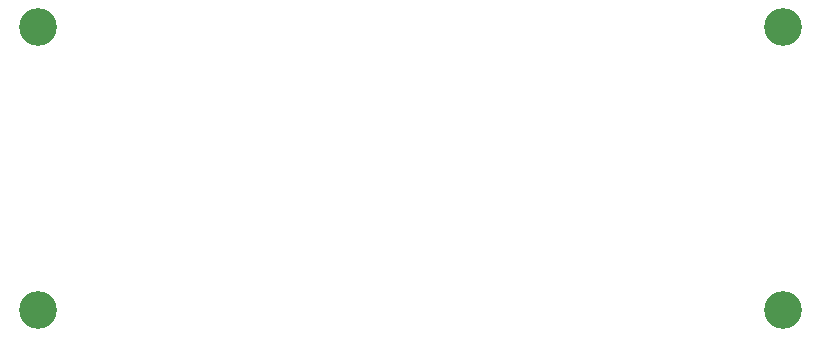
<source format=gbr>
%TF.GenerationSoftware,KiCad,Pcbnew,8.0.4*%
%TF.CreationDate,2025-06-13T09:49:48+02:00*%
%TF.ProjectId,LeoIoT_Goalfinder,4c656f49-6f54-45f4-976f-616c66696e64,01.04 SMD*%
%TF.SameCoordinates,Original*%
%TF.FileFunction,NonPlated,1,2,NPTH,Drill*%
%TF.FilePolarity,Positive*%
%FSLAX46Y46*%
G04 Gerber Fmt 4.6, Leading zero omitted, Abs format (unit mm)*
G04 Created by KiCad (PCBNEW 8.0.4) date 2025-06-13 09:49:48*
%MOMM*%
%LPD*%
G01*
G04 APERTURE LIST*
%TA.AperFunction,ComponentDrill*%
%ADD10C,0.400000*%
%TD*%
%TA.AperFunction,ComponentDrill*%
%ADD11C,0.600000*%
%TD*%
%TA.AperFunction,ComponentDrill*%
%ADD12C,3.200000*%
%TD*%
G04 APERTURE END LIST*
D10*
%TO.C,LS1*%
X118437500Y-102000000D03*
D11*
X118437500Y-78000000D03*
X181437500Y-78000000D03*
X181437500Y-102000000D03*
D12*
%TO.C,MH1*%
X118437500Y-78015000D03*
%TO.C,MH4*%
X118437500Y-102015000D03*
%TO.C,MH2*%
X181437500Y-78015000D03*
%TO.C,MH3*%
X181437500Y-102015000D03*
M02*

</source>
